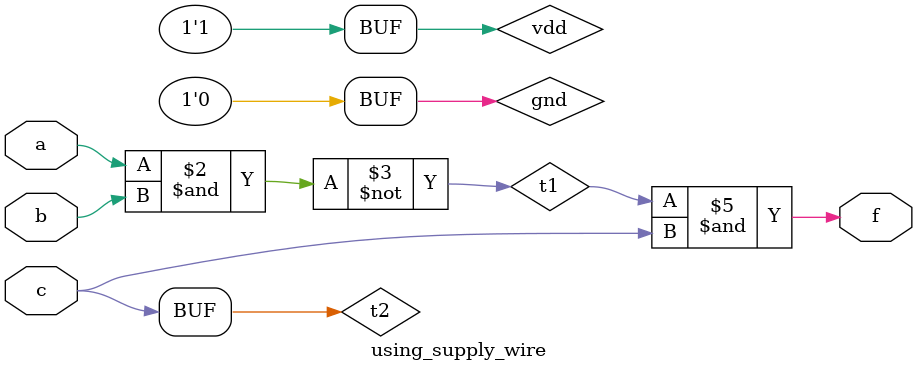
<source format=v>
module using_supply_wire(a,b,c,f);
  input a,b,c;
  output f;
 wire t1,t2;
  supply0 gnd;
  supply1 vdd;
  nand G1(t1,vdd,a,b);
  xor G2(t2,c,gnd);
  and G3(f,t1,t2);
endmodule
  

</source>
